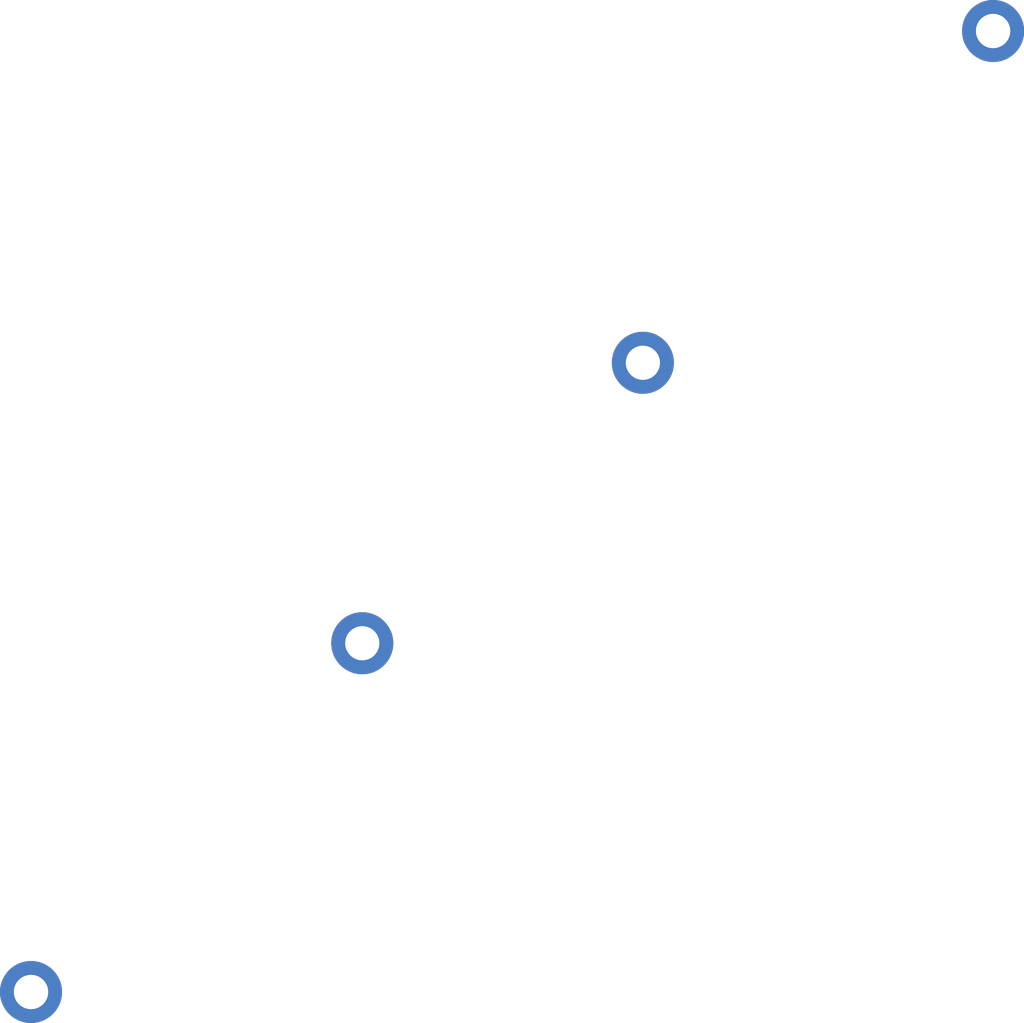
<source format=kicad_pcb>
(kicad_pcb (version 20241229) (generator "pcbnew") (generator_version "9.0")
  (layers (0 "F.Cu" signal) (2 "B.Cu" signal) (13 "F.Paste" user) (15 "B.Paste" user) (5 "F.SilkS" user "F.Silkscreen") (7 "B.SilkS" user "B.Silkscreen") (1 "F.Mask" user) (3 "B.Mask" user) (25 "Edge.Cuts" user))
  (net 0 "")
  (footprint "" (layer "F.Cu") (at 171.071653 81.604705)
    (property "Reference" "" (at 0 0 0) (layer "F.SilkS") (effects (font (size 1.27 1.27))))
    (property "Value" "")
    (pad "1" thru_hole circle (at 0 0 45) (size 5.8 5.8) (drill 3.2) (layers "*.Cu" "*.Mask"))
  )
  (footprint "" (layer "F.Cu") (at 144.837987 107.838364)
    (property "Reference" "" (at 0 0 0) (layer "F.SilkS") (effects (font (size 1.27 1.27))))
    (property "Value" "")
    (pad "1" thru_hole circle (at 0 0 45) (size 5.8 5.8) (drill 3.2) (layers "*.Cu" "*.Mask"))
  )
  (footprint "" (layer "F.Cu") (at 113.87 140.46)
    (property "Reference" "" (at 0 0 0) (layer "F.SilkS") (effects (font (size 1.27 1.27))))
    (property "Value" "")
    (pad "1" thru_hole circle (at 0 0 45) (size 5.8 5.8) (drill 3.2) (layers "*.Cu" "*.Mask"))
  )
  (footprint "" (layer "F.Cu") (at 203.813984 50.572583)
    (property "Reference" "" (at 0 0 0) (layer "F.SilkS") (effects (font (size 1.27 1.27))))
    (property "Value" "")
    (pad "1" thru_hole circle (at 0 0 45) (size 3.6 3.6) (drill 3.2) (layers "*.Cu" "*.Mask"))
  )
  (footprint "" (layer "F.Cu") (at 203.813984 50.572583)
    (property "Reference" "" (at 0 0 0) (layer "F.SilkS") (effects (font (size 1.27 1.27))))
    (property "Value" "")
    (pad "1" thru_hole circle (at 0 0 45) (size 5.8 5.8) (drill 3.2) (layers "*.Cu" "*.Mask"))
  )
  (footprint "" (layer "F.Cu") (at 113.87 140.46)
    (property "Reference" "" (at 0 0 0) (layer "F.SilkS") (effects (font (size 1.27 1.27))))
    (property "Value" "")
    (pad "1" thru_hole circle (at 0 0 45) (size 3.6 3.6) (drill 3.2) (layers "*.Cu" "*.Mask"))
  )
)
</source>
